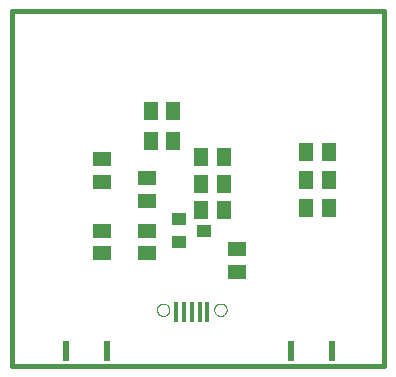
<source format=gbp>
G75*
%MOIN*%
%OFA0B0*%
%FSLAX25Y25*%
%IPPOS*%
%LPD*%
%AMOC8*
5,1,8,0,0,1.08239X$1,22.5*
%
%ADD10C,0.01600*%
%ADD11R,0.04724X0.04000*%
%ADD12R,0.01575X0.06890*%
%ADD13C,0.00000*%
%ADD14R,0.05906X0.05118*%
%ADD15R,0.05118X0.05906*%
%ADD16R,0.02362X0.06693*%
D10*
X0008250Y0005000D02*
X0008250Y0123110D01*
X0132266Y0123110D01*
X0132266Y0005000D01*
X0008250Y0005000D01*
D11*
X0064077Y0046260D03*
X0072423Y0050000D03*
X0064077Y0053740D03*
D12*
X0063132Y0022815D03*
X0065691Y0022815D03*
X0068250Y0022815D03*
X0070809Y0022815D03*
X0073368Y0022815D03*
D13*
X0075730Y0023622D02*
X0075732Y0023713D01*
X0075738Y0023803D01*
X0075748Y0023894D01*
X0075762Y0023983D01*
X0075780Y0024072D01*
X0075801Y0024161D01*
X0075827Y0024248D01*
X0075856Y0024334D01*
X0075890Y0024418D01*
X0075926Y0024501D01*
X0075967Y0024583D01*
X0076011Y0024662D01*
X0076058Y0024740D01*
X0076109Y0024815D01*
X0076163Y0024888D01*
X0076220Y0024958D01*
X0076280Y0025026D01*
X0076343Y0025092D01*
X0076409Y0025154D01*
X0076478Y0025213D01*
X0076549Y0025270D01*
X0076623Y0025323D01*
X0076699Y0025373D01*
X0076777Y0025420D01*
X0076857Y0025463D01*
X0076938Y0025502D01*
X0077022Y0025538D01*
X0077107Y0025570D01*
X0077193Y0025599D01*
X0077280Y0025623D01*
X0077369Y0025644D01*
X0077458Y0025661D01*
X0077548Y0025674D01*
X0077638Y0025683D01*
X0077729Y0025688D01*
X0077820Y0025689D01*
X0077910Y0025686D01*
X0078001Y0025679D01*
X0078091Y0025668D01*
X0078181Y0025653D01*
X0078270Y0025634D01*
X0078358Y0025612D01*
X0078444Y0025585D01*
X0078530Y0025555D01*
X0078614Y0025521D01*
X0078697Y0025483D01*
X0078778Y0025442D01*
X0078857Y0025397D01*
X0078934Y0025348D01*
X0079008Y0025297D01*
X0079081Y0025242D01*
X0079151Y0025184D01*
X0079218Y0025123D01*
X0079282Y0025059D01*
X0079344Y0024993D01*
X0079403Y0024923D01*
X0079458Y0024852D01*
X0079511Y0024777D01*
X0079560Y0024701D01*
X0079606Y0024623D01*
X0079648Y0024542D01*
X0079687Y0024460D01*
X0079722Y0024376D01*
X0079753Y0024291D01*
X0079780Y0024204D01*
X0079804Y0024117D01*
X0079824Y0024028D01*
X0079840Y0023939D01*
X0079852Y0023849D01*
X0079860Y0023758D01*
X0079864Y0023667D01*
X0079864Y0023577D01*
X0079860Y0023486D01*
X0079852Y0023395D01*
X0079840Y0023305D01*
X0079824Y0023216D01*
X0079804Y0023127D01*
X0079780Y0023040D01*
X0079753Y0022953D01*
X0079722Y0022868D01*
X0079687Y0022784D01*
X0079648Y0022702D01*
X0079606Y0022621D01*
X0079560Y0022543D01*
X0079511Y0022467D01*
X0079458Y0022392D01*
X0079403Y0022321D01*
X0079344Y0022251D01*
X0079282Y0022185D01*
X0079218Y0022121D01*
X0079151Y0022060D01*
X0079081Y0022002D01*
X0079008Y0021947D01*
X0078934Y0021896D01*
X0078857Y0021847D01*
X0078778Y0021802D01*
X0078697Y0021761D01*
X0078614Y0021723D01*
X0078530Y0021689D01*
X0078444Y0021659D01*
X0078358Y0021632D01*
X0078270Y0021610D01*
X0078181Y0021591D01*
X0078091Y0021576D01*
X0078001Y0021565D01*
X0077910Y0021558D01*
X0077820Y0021555D01*
X0077729Y0021556D01*
X0077638Y0021561D01*
X0077548Y0021570D01*
X0077458Y0021583D01*
X0077369Y0021600D01*
X0077280Y0021621D01*
X0077193Y0021645D01*
X0077107Y0021674D01*
X0077022Y0021706D01*
X0076938Y0021742D01*
X0076857Y0021781D01*
X0076777Y0021824D01*
X0076699Y0021871D01*
X0076623Y0021921D01*
X0076549Y0021974D01*
X0076478Y0022031D01*
X0076409Y0022090D01*
X0076343Y0022152D01*
X0076280Y0022218D01*
X0076220Y0022286D01*
X0076163Y0022356D01*
X0076109Y0022429D01*
X0076058Y0022504D01*
X0076011Y0022582D01*
X0075967Y0022661D01*
X0075926Y0022743D01*
X0075890Y0022826D01*
X0075856Y0022910D01*
X0075827Y0022996D01*
X0075801Y0023083D01*
X0075780Y0023172D01*
X0075762Y0023261D01*
X0075748Y0023350D01*
X0075738Y0023441D01*
X0075732Y0023531D01*
X0075730Y0023622D01*
X0056636Y0023622D02*
X0056638Y0023713D01*
X0056644Y0023803D01*
X0056654Y0023894D01*
X0056668Y0023983D01*
X0056686Y0024072D01*
X0056707Y0024161D01*
X0056733Y0024248D01*
X0056762Y0024334D01*
X0056796Y0024418D01*
X0056832Y0024501D01*
X0056873Y0024583D01*
X0056917Y0024662D01*
X0056964Y0024740D01*
X0057015Y0024815D01*
X0057069Y0024888D01*
X0057126Y0024958D01*
X0057186Y0025026D01*
X0057249Y0025092D01*
X0057315Y0025154D01*
X0057384Y0025213D01*
X0057455Y0025270D01*
X0057529Y0025323D01*
X0057605Y0025373D01*
X0057683Y0025420D01*
X0057763Y0025463D01*
X0057844Y0025502D01*
X0057928Y0025538D01*
X0058013Y0025570D01*
X0058099Y0025599D01*
X0058186Y0025623D01*
X0058275Y0025644D01*
X0058364Y0025661D01*
X0058454Y0025674D01*
X0058544Y0025683D01*
X0058635Y0025688D01*
X0058726Y0025689D01*
X0058816Y0025686D01*
X0058907Y0025679D01*
X0058997Y0025668D01*
X0059087Y0025653D01*
X0059176Y0025634D01*
X0059264Y0025612D01*
X0059350Y0025585D01*
X0059436Y0025555D01*
X0059520Y0025521D01*
X0059603Y0025483D01*
X0059684Y0025442D01*
X0059763Y0025397D01*
X0059840Y0025348D01*
X0059914Y0025297D01*
X0059987Y0025242D01*
X0060057Y0025184D01*
X0060124Y0025123D01*
X0060188Y0025059D01*
X0060250Y0024993D01*
X0060309Y0024923D01*
X0060364Y0024852D01*
X0060417Y0024777D01*
X0060466Y0024701D01*
X0060512Y0024623D01*
X0060554Y0024542D01*
X0060593Y0024460D01*
X0060628Y0024376D01*
X0060659Y0024291D01*
X0060686Y0024204D01*
X0060710Y0024117D01*
X0060730Y0024028D01*
X0060746Y0023939D01*
X0060758Y0023849D01*
X0060766Y0023758D01*
X0060770Y0023667D01*
X0060770Y0023577D01*
X0060766Y0023486D01*
X0060758Y0023395D01*
X0060746Y0023305D01*
X0060730Y0023216D01*
X0060710Y0023127D01*
X0060686Y0023040D01*
X0060659Y0022953D01*
X0060628Y0022868D01*
X0060593Y0022784D01*
X0060554Y0022702D01*
X0060512Y0022621D01*
X0060466Y0022543D01*
X0060417Y0022467D01*
X0060364Y0022392D01*
X0060309Y0022321D01*
X0060250Y0022251D01*
X0060188Y0022185D01*
X0060124Y0022121D01*
X0060057Y0022060D01*
X0059987Y0022002D01*
X0059914Y0021947D01*
X0059840Y0021896D01*
X0059763Y0021847D01*
X0059684Y0021802D01*
X0059603Y0021761D01*
X0059520Y0021723D01*
X0059436Y0021689D01*
X0059350Y0021659D01*
X0059264Y0021632D01*
X0059176Y0021610D01*
X0059087Y0021591D01*
X0058997Y0021576D01*
X0058907Y0021565D01*
X0058816Y0021558D01*
X0058726Y0021555D01*
X0058635Y0021556D01*
X0058544Y0021561D01*
X0058454Y0021570D01*
X0058364Y0021583D01*
X0058275Y0021600D01*
X0058186Y0021621D01*
X0058099Y0021645D01*
X0058013Y0021674D01*
X0057928Y0021706D01*
X0057844Y0021742D01*
X0057763Y0021781D01*
X0057683Y0021824D01*
X0057605Y0021871D01*
X0057529Y0021921D01*
X0057455Y0021974D01*
X0057384Y0022031D01*
X0057315Y0022090D01*
X0057249Y0022152D01*
X0057186Y0022218D01*
X0057126Y0022286D01*
X0057069Y0022356D01*
X0057015Y0022429D01*
X0056964Y0022504D01*
X0056917Y0022582D01*
X0056873Y0022661D01*
X0056832Y0022743D01*
X0056796Y0022826D01*
X0056762Y0022910D01*
X0056733Y0022996D01*
X0056707Y0023083D01*
X0056686Y0023172D01*
X0056668Y0023261D01*
X0056654Y0023350D01*
X0056644Y0023441D01*
X0056638Y0023531D01*
X0056636Y0023622D01*
D14*
X0053250Y0042510D03*
X0053250Y0049990D03*
X0053250Y0060010D03*
X0053250Y0067490D03*
X0038250Y0066260D03*
X0038250Y0073740D03*
X0038250Y0049990D03*
X0038250Y0042510D03*
X0083250Y0043740D03*
X0083250Y0036260D03*
D15*
X0078865Y0056875D03*
X0071385Y0056875D03*
X0071385Y0065625D03*
X0078865Y0065625D03*
X0078865Y0074375D03*
X0071385Y0074375D03*
X0061990Y0080000D03*
X0054510Y0080000D03*
X0054510Y0090000D03*
X0061990Y0090000D03*
X0106385Y0076250D03*
X0113865Y0076250D03*
X0113865Y0066875D03*
X0106385Y0066875D03*
X0106385Y0057500D03*
X0113865Y0057500D03*
D16*
X0115140Y0010000D03*
X0101360Y0010000D03*
X0040140Y0010000D03*
X0026360Y0010000D03*
M02*

</source>
